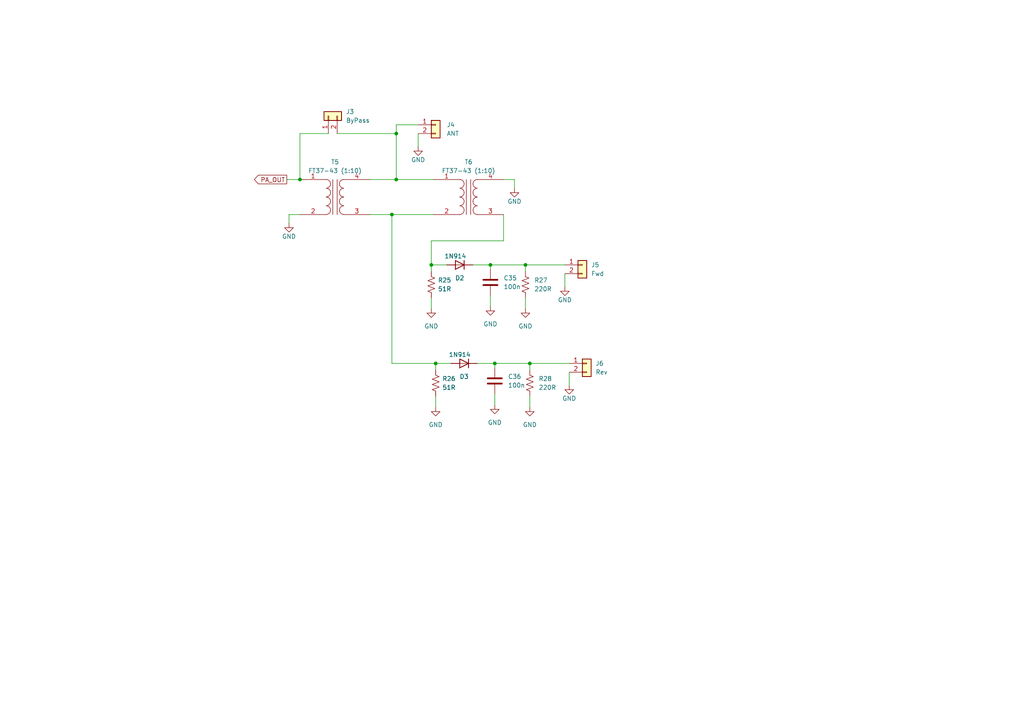
<source format=kicad_sch>
(kicad_sch (version 20211123) (generator eeschema)
  (paper "A4")
  (lib_symbols
    (symbol "Connector_Generic:Conn_01x02" (pin_names (offset 1.016) hide)
      (property "Reference" "J" (at 0 2.54 0))
      (property "Value" "Conn_01x02" (at 0 -5.08 0))
      (symbol "Conn_01x02_1_1"
        (rectangle (start -1.27 -2.413) (end 0 -2.667) (stroke (width 0.1524)))
        (rectangle (start -1.27 0.127) (end 0 -0.127) (stroke (width 0.1524)))
        (rectangle (start -1.27 1.27) (end 1.27 -3.81) (stroke (width 0.254)) (fill (type background)))
        (pin passive line (at -5.08 0 0) (length 3.81) (name "Pin_1") (number "1"))
        (pin passive line (at -5.08 -2.54 0) (length 3.81) (name "Pin_2") (number "2"))
      )
    )
    (symbol "Device:C" (pin_numbers hide) (pin_names (offset 0.254))
      (property "Reference" "C" (at 0.635 2.54 0))
      (property "Value" "C" (at 0.635 -2.54 0))
      (symbol "C_0_1"
        (polyline (pts (xy -2.032 -0.762) (xy 2.032 -0.762)) (stroke (width 0.508)))
        (polyline (pts (xy -2.032 0.762) (xy 2.032 0.762)) (stroke (width 0.508)))
      )
      (symbol "C_1_1"
        (pin passive line (at 0 3.81 270) (length 2.794) (name "~") (number "1"))
        (pin passive line (at 0 -3.81 90) (length 2.794) (name "~") (number "2"))
      )
    )
    (symbol "Device:R_US" (pin_numbers hide) (pin_names (offset 0))
      (property "Reference" "R" (at 2.54 0 90))
      (property "Value" "R_US" (at -2.54 0 90))
      (symbol "R_US_0_1"
        (polyline (pts (xy 0 -2.286) (xy 0 -2.54)))
        (polyline (pts (xy 0 2.286) (xy 0 2.54)))
        (polyline (pts (xy 0 -0.762) (xy 1.016 -1.143) (xy 0 -1.524) (xy -1.016 -1.905) (xy 0 -2.286)))
        (polyline (pts (xy 0 0.762) (xy 1.016 0.381) (xy 0 0) (xy -1.016 -0.381) (xy 0 -0.762)))
        (polyline (pts (xy 0 2.286) (xy 1.016 1.905) (xy 0 1.524) (xy -1.016 1.143) (xy 0 0.762)))
      )
      (symbol "R_US_1_1"
        (pin passive line (at 0 3.81 270) (length 1.27) (name "~") (number "1"))
        (pin passive line (at 0 -3.81 90) (length 1.27) (name "~") (number "2"))
      )
    )
    (symbol "Device:Transformer_1P_1S" (pin_names (offset 1.016) hide)
      (property "Reference" "T" (at 0 6.35 0))
      (property "Value" "Transformer_1P_1S" (at 0 -7.62 0))
      (symbol "Transformer_1P_1S_0_1"
        (arc (start -2.54 -5.0546) (mid -1.6599 -4.6901) (end -1.27 -3.81))
        (arc (start -2.54 -2.5146) (mid -1.6599 -2.1501) (end -1.27 -1.27))
        (arc (start -2.54 0.0254) (mid -1.6599 0.3899) (end -1.27 1.27))
        (arc (start -2.54 2.5654) (mid -1.6599 2.9299) (end -1.27 3.81))
        (arc (start -1.27 -3.81) (mid -1.642 -2.912) (end -2.54 -2.54))
        (arc (start -1.27 -1.27) (mid -1.642 -0.372) (end -2.54 0))
        (arc (start -1.27 1.27) (mid -1.642 2.168) (end -2.54 2.54))
        (arc (start -1.27 3.81) (mid -1.642 4.708) (end -2.54 5.08))
        (polyline (pts (xy -0.635 5.08) (xy -0.635 -5.08)))
        (polyline (pts (xy 0.635 -5.08) (xy 0.635 5.08)))
        (arc (start 1.2954 -1.27) (mid 1.6599 -2.1501) (end 2.54 -2.5146))
        (arc (start 1.2954 1.27) (mid 1.6599 0.3899) (end 2.54 0.0254))
        (arc (start 1.2954 3.81) (mid 1.6599 2.9299) (end 2.54 2.5654))
        (arc (start 1.3208 -3.81) (mid 1.6853 -4.6901) (end 2.5654 -5.0546))
        (arc (start 2.54 0) (mid 1.642 -0.372) (end 1.2954 -1.27))
        (arc (start 2.54 2.54) (mid 1.642 2.168) (end 1.2954 1.27))
        (arc (start 2.54 5.08) (mid 1.642 4.708) (end 1.2954 3.81))
        (arc (start 2.5654 -2.54) (mid 1.6674 -2.912) (end 1.3208 -3.81))
      )
      (symbol "Transformer_1P_1S_1_1"
        (pin passive line (at -10.16 5.08 0) (length 7.62) (name "AA") (number "1"))
        (pin passive line (at -10.16 -5.08 0) (length 7.62) (name "AB") (number "2"))
        (pin passive line (at 10.16 -5.08 180) (length 7.62) (name "SA") (number "3"))
        (pin passive line (at 10.16 5.08 180) (length 7.62) (name "SB") (number "4"))
      )
    )
    (symbol "Diode:1N914" (pin_numbers hide) (pin_names (offset 1.016) hide)
      (property "Reference" "D" (at 0 2.54 0))
      (property "Value" "1N914" (at 0 -2.54 0))
      (symbol "1N914_0_1"
        (polyline (pts (xy -1.27 1.27) (xy -1.27 -1.27)) (stroke (width 0.254)))
        (polyline (pts (xy 1.27 0) (xy -1.27 0)))
        (polyline (pts (xy 1.27 1.27) (xy 1.27 -1.27) (xy -1.27 0) (xy 1.27 1.27)) (stroke (width 0.254)))
      )
      (symbol "1N914_1_1"
        (pin passive line (at -3.81 0 0) (length 2.54) (name "K") (number "1"))
        (pin passive line (at 3.81 0 180) (length 2.54) (name "A") (number "2"))
      )
    )
    (symbol "power:GND" (power) (pin_names (offset 0))
      (property "Value" "GND" (at 0 -3.81 0))
      (symbol "GND_0_1"
        (polyline (pts (xy 0 0) (xy 0 -1.27) (xy 1.27 -1.27) (xy 0 -2.54) (xy -1.27 -1.27) (xy 0 -1.27)))
      )
      (symbol "GND_1_1"
        (pin power_in line (at 0 0 270) (length 0) hide (name "GND") (number "1"))
      )
    )
  )
  (junction (at 86.995 52.07))
  (junction (at 113.665 62.23))
  (junction (at 142.24 76.835))
  (junction (at 143.51 105.41))
  (junction (at 152.4 76.835))
  (junction (at 126.365 105.41))
  (junction (at 125.095 76.835))
  (junction (at 114.935 52.07))
  (junction (at 153.67 105.41))
  (junction (at 114.935 38.735))
  (wire (pts (xy 113.665 105.41) (xy 126.365 105.41)))
  (wire (pts (xy 137.16 76.835) (xy 142.24 76.835)))
  (wire (pts (xy 152.4 89.535) (xy 152.4 86.36)))
  (wire (pts (xy 83.82 62.23) (xy 83.82 64.77)))
  (wire (pts (xy 114.935 52.07) (xy 125.73 52.07)))
  (wire (pts (xy 142.24 76.835) (xy 142.24 78.105)))
  (wire (pts (xy 153.67 118.11) (xy 153.67 114.935)))
  (wire (pts (xy 86.995 62.23) (xy 83.82 62.23)))
  (wire (pts (xy 146.05 69.85) (xy 125.095 69.85)))
  (wire (pts (xy 165.1 107.95) (xy 165.1 111.76)))
  (wire (pts (xy 126.365 105.41) (xy 130.81 105.41)))
  (wire (pts (xy 97.79 38.735) (xy 114.935 38.735)))
  (wire (pts (xy 125.095 76.835) (xy 129.54 76.835)))
  (wire (pts (xy 143.51 105.41) (xy 153.67 105.41)))
  (wire (pts (xy 146.05 62.23) (xy 146.05 69.85)))
  (wire (pts (xy 153.67 105.41) (xy 153.67 107.315)))
  (wire (pts (xy 113.665 105.41) (xy 113.665 62.23)))
  (wire (pts (xy 152.4 76.835) (xy 163.83 76.835)))
  (wire (pts (xy 125.095 89.535) (xy 125.095 86.36)))
  (wire (pts (xy 86.995 38.735) (xy 86.995 52.07)))
  (wire (pts (xy 142.24 76.835) (xy 152.4 76.835)))
  (wire (pts (xy 138.43 105.41) (xy 143.51 105.41)))
  (wire (pts (xy 83.185 52.07) (xy 86.995 52.07)))
  (wire (pts (xy 126.365 105.41) (xy 126.365 107.315)))
  (wire (pts (xy 114.935 38.735) (xy 114.935 52.07)))
  (wire (pts (xy 153.67 105.41) (xy 165.1 105.41)))
  (wire (pts (xy 121.285 38.735) (xy 121.285 42.545)))
  (wire (pts (xy 125.095 76.835) (xy 125.095 78.74)))
  (wire (pts (xy 114.935 36.195) (xy 114.935 38.735)))
  (wire (pts (xy 107.315 52.07) (xy 114.935 52.07)))
  (wire (pts (xy 149.225 52.07) (xy 149.225 54.61)))
  (wire (pts (xy 121.285 36.195) (xy 114.935 36.195)))
  (wire (pts (xy 146.05 52.07) (xy 149.225 52.07)))
  (wire (pts (xy 126.365 118.11) (xy 126.365 114.935)))
  (wire (pts (xy 143.51 105.41) (xy 143.51 106.68)))
  (wire (pts (xy 163.83 79.375) (xy 163.83 83.185)))
  (wire (pts (xy 113.665 62.23) (xy 125.73 62.23)))
  (wire (pts (xy 125.095 69.85) (xy 125.095 76.835)))
  (wire (pts (xy 142.24 85.725) (xy 142.24 88.9)))
  (wire (pts (xy 143.51 114.3) (xy 143.51 117.475)))
  (wire (pts (xy 152.4 76.835) (xy 152.4 78.74)))
  (wire (pts (xy 107.315 62.23) (xy 113.665 62.23)))
  (wire (pts (xy 95.25 38.735) (xy 86.995 38.735)))
  (global_label "PA_OUT" (shape output) (at 83.185 52.07 180) (property "Intersheet References" "${INTERSHEET_REFS}" (effects hide)))
  (symbol (lib_id "Device:R_US") (at 153.67 111.125 180) (unit 1)
    (property "Reference" "R28" (at 156.21 109.8549 0) (effects (justify right)))
    (property "Value" "220R" (at 156.21 112.3949 0) (effects (justify right)))
    (property "Footprint" "Resistor_SMD:R_1206_3216Metric" (effects hide))
  )
  (symbol (lib_id "Device:Transformer_1P_1S") (at 135.89 57.15 0) (unit 1)
    (property "Reference" "T6" (at 135.9027 46.99 0))
    (property "Value" "FT37-43 (1:10)" (at 135.9027 49.53 0))
    (property "Footprint" "Transformer_THT:Transformer_Toroid_Horizontal_D14.0mm_Amidon-T50" (effects hide))
  )
  (symbol (lib_id "Device:C") (at 143.51 110.49 0) (unit 1)
    (property "Reference" "C36" (at 147.32 109.2199 0) (effects (justify left)))
    (property "Value" "100n" (at 147.32 111.7599 0) (effects (justify left)))
    (property "Footprint" "Capacitor_SMD:C_1206_3216Metric" (effects hide))
  )
  (symbol (lib_id "power:GND") (at 83.82 64.77 0) (unit 1)
    (property "Reference" "#PWR029" (effects hide))
    (property "Value" "GND" (at 83.82 68.58 0))
  )
  (symbol (lib_id "power:GND") (at 125.095 89.535 0) (unit 1)
    (property "Reference" "#PWR031" (effects hide))
    (property "Value" "GND" (at 125.095 94.615 0))
  )
  (symbol (lib_id "Connector_Generic:Conn_01x02") (at 126.365 36.195 0) (unit 1)
    (property "Reference" "J4" (at 129.54 36.1949 0) (effects (justify left)))
    (property "Value" "ANT" (at 129.54 38.7349 0) (effects (justify left)))
    (property "Footprint" "Connector_PinHeader_2.54mm:PinHeader_1x02_P2.54mm_Vertical" (effects hide))
  )
  (symbol (lib_id "Device:Transformer_1P_1S") (at 97.155 57.15 0) (unit 1)
    (property "Reference" "T5" (at 97.1677 46.99 0))
    (property "Value" "FT37-43 (1:10)" (at 97.1677 49.53 0))
    (property "Footprint" "Transformer_THT:Transformer_Toroid_Horizontal_D14.0mm_Amidon-T50" (effects hide))
  )
  (symbol (lib_id "Connector_Generic:Conn_01x02") (at 95.25 33.655 90) (unit 1)
    (property "Reference" "J3" (at 100.33 32.3849 90) (effects (justify right)))
    (property "Value" "ByPass" (at 100.33 34.9249 90) (effects (justify right)))
    (property "Footprint" "Connector_PinHeader_2.54mm:PinHeader_1x02_P2.54mm_Vertical" (effects hide))
  )
  (symbol (lib_id "Device:R_US") (at 126.365 111.125 180) (unit 1)
    (property "Reference" "R26" (at 128.27 109.8549 0) (effects (justify right)))
    (property "Value" "51R" (at 128.27 112.3949 0) (effects (justify right)))
    (property "Footprint" "Resistor_SMD:R_1206_3216Metric" (effects hide))
  )
  (symbol (lib_id "power:GND") (at 143.51 117.475 0) (unit 1)
    (property "Reference" "#PWR034" (effects hide))
    (property "Value" "GND" (at 143.51 122.555 0))
  )
  (symbol (lib_id "power:GND") (at 149.225 54.61 0) (unit 1)
    (property "Reference" "#PWR035" (effects hide))
    (property "Value" "GND" (at 149.225 58.42 0))
  )
  (symbol (lib_id "Diode:1N914") (at 134.62 105.41 180) (unit 1)
    (property "Reference" "D3" (at 134.62 109.22 0))
    (property "Value" "1N914" (at 133.35 102.87 0))
    (property "Footprint" "Diode_THT:D_DO-35_SOD27_P7.62mm_Horizontal" (effects hide))
    (property "Datasheet" "http://www.vishay.com/docs/85622/1n914.pdf" (effects hide))
  )
  (symbol (lib_id "power:GND") (at 142.24 88.9 0) (unit 1)
    (property "Reference" "#PWR033" (effects hide))
    (property "Value" "GND" (at 142.24 93.98 0))
  )
  (symbol (lib_id "power:GND") (at 126.365 118.11 0) (unit 1)
    (property "Reference" "#PWR032" (effects hide))
    (property "Value" "GND" (at 126.365 123.19 0))
  )
  (symbol (lib_id "Device:R_US") (at 152.4 82.55 180) (unit 1)
    (property "Reference" "R27" (at 154.94 81.2799 0) (effects (justify right)))
    (property "Value" "220R" (at 154.94 83.8199 0) (effects (justify right)))
    (property "Footprint" "Resistor_SMD:R_1206_3216Metric" (effects hide))
  )
  (symbol (lib_id "power:GND") (at 153.67 118.11 0) (unit 1)
    (property "Reference" "#PWR037" (effects hide))
    (property "Value" "GND" (at 153.67 123.19 0))
  )
  (symbol (lib_id "power:GND") (at 165.1 111.76 0) (unit 1)
    (property "Reference" "#PWR039" (effects hide))
    (property "Value" "GND" (at 165.1 115.57 0))
  )
  (symbol (lib_id "Device:C") (at 142.24 81.915 0) (unit 1)
    (property "Reference" "C35" (at 146.05 80.6449 0) (effects (justify left)))
    (property "Value" "100n" (at 146.05 83.1849 0) (effects (justify left)))
    (property "Footprint" "Capacitor_SMD:C_1206_3216Metric" (effects hide))
  )
  (symbol (lib_id "power:GND") (at 163.83 83.185 0) (unit 1)
    (property "Reference" "#PWR038" (effects hide))
    (property "Value" "GND" (at 163.83 86.995 0))
  )
  (symbol (lib_id "Connector_Generic:Conn_01x02") (at 168.91 76.835 0) (unit 1)
    (property "Reference" "J5" (at 171.45 76.8349 0) (effects (justify left)))
    (property "Value" "Fwd" (at 171.45 79.3749 0) (effects (justify left)))
    (property "Footprint" "Connector_PinHeader_2.54mm:PinHeader_1x02_P2.54mm_Vertical" (effects hide))
  )
  (symbol (lib_id "power:GND") (at 121.285 42.545 0) (unit 1)
    (property "Reference" "#PWR030" (effects hide))
    (property "Value" "GND" (at 121.285 46.355 0))
  )
  (symbol (lib_id "Connector_Generic:Conn_01x02") (at 170.18 105.41 0) (unit 1)
    (property "Reference" "J6" (at 172.72 105.4099 0) (effects (justify left)))
    (property "Value" "Rev" (at 172.72 107.9499 0) (effects (justify left)))
    (property "Footprint" "Connector_PinHeader_2.54mm:PinHeader_1x02_P2.54mm_Vertical" (effects hide))
  )
  (symbol (lib_id "Device:R_US") (at 125.095 82.55 180) (unit 1)
    (property "Reference" "R25" (at 127 81.2799 0) (effects (justify right)))
    (property "Value" "51R" (at 127 83.8199 0) (effects (justify right)))
    (property "Footprint" "Resistor_SMD:R_1206_3216Metric" (effects hide))
  )
  (symbol (lib_id "Diode:1N914") (at 133.35 76.835 180) (unit 1)
    (property "Reference" "D2" (at 133.35 80.645 0))
    (property "Value" "1N914" (at 132.08 74.295 0))
    (property "Footprint" "Diode_THT:D_DO-35_SOD27_P7.62mm_Horizontal" (effects hide))
    (property "Datasheet" "http://www.vishay.com/docs/85622/1n914.pdf" (effects hide))
  )
  (symbol (lib_id "power:GND") (at 152.4 89.535 0) (unit 1)
    (property "Reference" "#PWR036" (effects hide))
    (property "Value" "GND" (at 152.4 94.615 0))
  )
)
</source>
